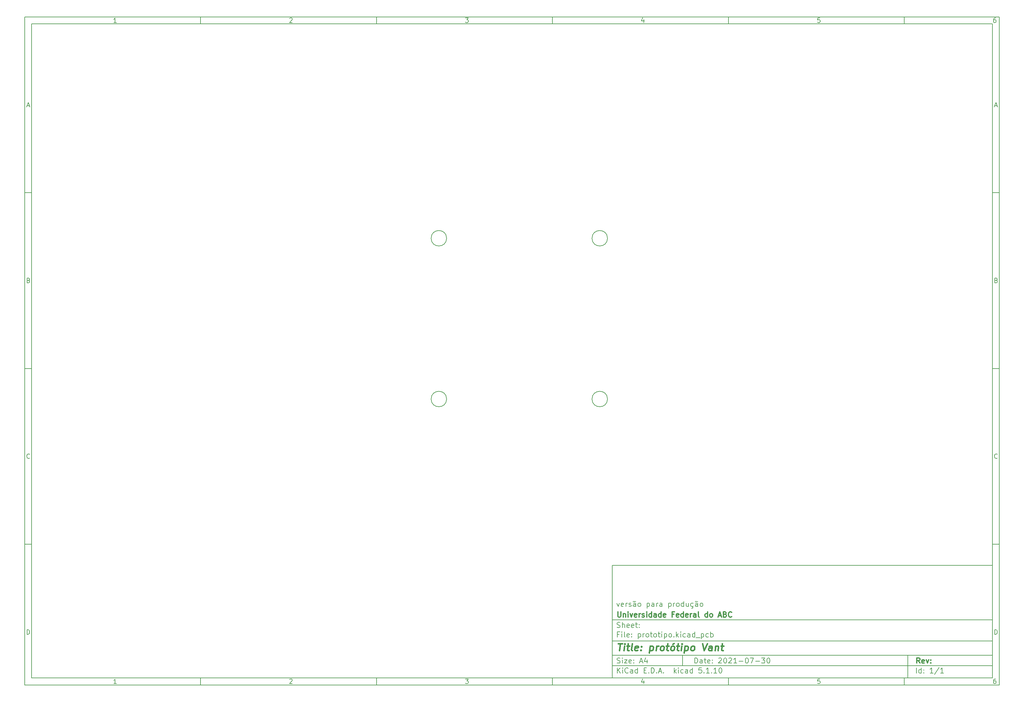
<source format=gbr>
%TF.GenerationSoftware,KiCad,Pcbnew,5.1.10*%
%TF.CreationDate,2021-08-11T12:17:18-03:00*%
%TF.ProjectId,prototipo,70726f74-6f74-4697-906f-2e6b69636164,rev?*%
%TF.SameCoordinates,Original*%
%TF.FileFunction,Other,Comment*%
%FSLAX46Y46*%
G04 Gerber Fmt 4.6, Leading zero omitted, Abs format (unit mm)*
G04 Created by KiCad (PCBNEW 5.1.10) date 2021-08-11 12:17:18*
%MOMM*%
%LPD*%
G01*
G04 APERTURE LIST*
%ADD10C,0.100000*%
%ADD11C,0.150000*%
%ADD12C,0.300000*%
%ADD13C,0.400000*%
G04 APERTURE END LIST*
D10*
D11*
X177002200Y-166007200D02*
X177002200Y-198007200D01*
X285002200Y-198007200D01*
X285002200Y-166007200D01*
X177002200Y-166007200D01*
D10*
D11*
X10000000Y-10000000D02*
X10000000Y-200007200D01*
X287002200Y-200007200D01*
X287002200Y-10000000D01*
X10000000Y-10000000D01*
D10*
D11*
X12000000Y-12000000D02*
X12000000Y-198007200D01*
X285002200Y-198007200D01*
X285002200Y-12000000D01*
X12000000Y-12000000D01*
D10*
D11*
X60000000Y-12000000D02*
X60000000Y-10000000D01*
D10*
D11*
X110000000Y-12000000D02*
X110000000Y-10000000D01*
D10*
D11*
X160000000Y-12000000D02*
X160000000Y-10000000D01*
D10*
D11*
X210000000Y-12000000D02*
X210000000Y-10000000D01*
D10*
D11*
X260000000Y-12000000D02*
X260000000Y-10000000D01*
D10*
D11*
X36065476Y-11588095D02*
X35322619Y-11588095D01*
X35694047Y-11588095D02*
X35694047Y-10288095D01*
X35570238Y-10473809D01*
X35446428Y-10597619D01*
X35322619Y-10659523D01*
D10*
D11*
X85322619Y-10411904D02*
X85384523Y-10350000D01*
X85508333Y-10288095D01*
X85817857Y-10288095D01*
X85941666Y-10350000D01*
X86003571Y-10411904D01*
X86065476Y-10535714D01*
X86065476Y-10659523D01*
X86003571Y-10845238D01*
X85260714Y-11588095D01*
X86065476Y-11588095D01*
D10*
D11*
X135260714Y-10288095D02*
X136065476Y-10288095D01*
X135632142Y-10783333D01*
X135817857Y-10783333D01*
X135941666Y-10845238D01*
X136003571Y-10907142D01*
X136065476Y-11030952D01*
X136065476Y-11340476D01*
X136003571Y-11464285D01*
X135941666Y-11526190D01*
X135817857Y-11588095D01*
X135446428Y-11588095D01*
X135322619Y-11526190D01*
X135260714Y-11464285D01*
D10*
D11*
X185941666Y-10721428D02*
X185941666Y-11588095D01*
X185632142Y-10226190D02*
X185322619Y-11154761D01*
X186127380Y-11154761D01*
D10*
D11*
X236003571Y-10288095D02*
X235384523Y-10288095D01*
X235322619Y-10907142D01*
X235384523Y-10845238D01*
X235508333Y-10783333D01*
X235817857Y-10783333D01*
X235941666Y-10845238D01*
X236003571Y-10907142D01*
X236065476Y-11030952D01*
X236065476Y-11340476D01*
X236003571Y-11464285D01*
X235941666Y-11526190D01*
X235817857Y-11588095D01*
X235508333Y-11588095D01*
X235384523Y-11526190D01*
X235322619Y-11464285D01*
D10*
D11*
X285941666Y-10288095D02*
X285694047Y-10288095D01*
X285570238Y-10350000D01*
X285508333Y-10411904D01*
X285384523Y-10597619D01*
X285322619Y-10845238D01*
X285322619Y-11340476D01*
X285384523Y-11464285D01*
X285446428Y-11526190D01*
X285570238Y-11588095D01*
X285817857Y-11588095D01*
X285941666Y-11526190D01*
X286003571Y-11464285D01*
X286065476Y-11340476D01*
X286065476Y-11030952D01*
X286003571Y-10907142D01*
X285941666Y-10845238D01*
X285817857Y-10783333D01*
X285570238Y-10783333D01*
X285446428Y-10845238D01*
X285384523Y-10907142D01*
X285322619Y-11030952D01*
D10*
D11*
X60000000Y-198007200D02*
X60000000Y-200007200D01*
D10*
D11*
X110000000Y-198007200D02*
X110000000Y-200007200D01*
D10*
D11*
X160000000Y-198007200D02*
X160000000Y-200007200D01*
D10*
D11*
X210000000Y-198007200D02*
X210000000Y-200007200D01*
D10*
D11*
X260000000Y-198007200D02*
X260000000Y-200007200D01*
D10*
D11*
X36065476Y-199595295D02*
X35322619Y-199595295D01*
X35694047Y-199595295D02*
X35694047Y-198295295D01*
X35570238Y-198481009D01*
X35446428Y-198604819D01*
X35322619Y-198666723D01*
D10*
D11*
X85322619Y-198419104D02*
X85384523Y-198357200D01*
X85508333Y-198295295D01*
X85817857Y-198295295D01*
X85941666Y-198357200D01*
X86003571Y-198419104D01*
X86065476Y-198542914D01*
X86065476Y-198666723D01*
X86003571Y-198852438D01*
X85260714Y-199595295D01*
X86065476Y-199595295D01*
D10*
D11*
X135260714Y-198295295D02*
X136065476Y-198295295D01*
X135632142Y-198790533D01*
X135817857Y-198790533D01*
X135941666Y-198852438D01*
X136003571Y-198914342D01*
X136065476Y-199038152D01*
X136065476Y-199347676D01*
X136003571Y-199471485D01*
X135941666Y-199533390D01*
X135817857Y-199595295D01*
X135446428Y-199595295D01*
X135322619Y-199533390D01*
X135260714Y-199471485D01*
D10*
D11*
X185941666Y-198728628D02*
X185941666Y-199595295D01*
X185632142Y-198233390D02*
X185322619Y-199161961D01*
X186127380Y-199161961D01*
D10*
D11*
X236003571Y-198295295D02*
X235384523Y-198295295D01*
X235322619Y-198914342D01*
X235384523Y-198852438D01*
X235508333Y-198790533D01*
X235817857Y-198790533D01*
X235941666Y-198852438D01*
X236003571Y-198914342D01*
X236065476Y-199038152D01*
X236065476Y-199347676D01*
X236003571Y-199471485D01*
X235941666Y-199533390D01*
X235817857Y-199595295D01*
X235508333Y-199595295D01*
X235384523Y-199533390D01*
X235322619Y-199471485D01*
D10*
D11*
X285941666Y-198295295D02*
X285694047Y-198295295D01*
X285570238Y-198357200D01*
X285508333Y-198419104D01*
X285384523Y-198604819D01*
X285322619Y-198852438D01*
X285322619Y-199347676D01*
X285384523Y-199471485D01*
X285446428Y-199533390D01*
X285570238Y-199595295D01*
X285817857Y-199595295D01*
X285941666Y-199533390D01*
X286003571Y-199471485D01*
X286065476Y-199347676D01*
X286065476Y-199038152D01*
X286003571Y-198914342D01*
X285941666Y-198852438D01*
X285817857Y-198790533D01*
X285570238Y-198790533D01*
X285446428Y-198852438D01*
X285384523Y-198914342D01*
X285322619Y-199038152D01*
D10*
D11*
X10000000Y-60000000D02*
X12000000Y-60000000D01*
D10*
D11*
X10000000Y-110000000D02*
X12000000Y-110000000D01*
D10*
D11*
X10000000Y-160000000D02*
X12000000Y-160000000D01*
D10*
D11*
X10690476Y-35216666D02*
X11309523Y-35216666D01*
X10566666Y-35588095D02*
X11000000Y-34288095D01*
X11433333Y-35588095D01*
D10*
D11*
X11092857Y-84907142D02*
X11278571Y-84969047D01*
X11340476Y-85030952D01*
X11402380Y-85154761D01*
X11402380Y-85340476D01*
X11340476Y-85464285D01*
X11278571Y-85526190D01*
X11154761Y-85588095D01*
X10659523Y-85588095D01*
X10659523Y-84288095D01*
X11092857Y-84288095D01*
X11216666Y-84350000D01*
X11278571Y-84411904D01*
X11340476Y-84535714D01*
X11340476Y-84659523D01*
X11278571Y-84783333D01*
X11216666Y-84845238D01*
X11092857Y-84907142D01*
X10659523Y-84907142D01*
D10*
D11*
X11402380Y-135464285D02*
X11340476Y-135526190D01*
X11154761Y-135588095D01*
X11030952Y-135588095D01*
X10845238Y-135526190D01*
X10721428Y-135402380D01*
X10659523Y-135278571D01*
X10597619Y-135030952D01*
X10597619Y-134845238D01*
X10659523Y-134597619D01*
X10721428Y-134473809D01*
X10845238Y-134350000D01*
X11030952Y-134288095D01*
X11154761Y-134288095D01*
X11340476Y-134350000D01*
X11402380Y-134411904D01*
D10*
D11*
X10659523Y-185588095D02*
X10659523Y-184288095D01*
X10969047Y-184288095D01*
X11154761Y-184350000D01*
X11278571Y-184473809D01*
X11340476Y-184597619D01*
X11402380Y-184845238D01*
X11402380Y-185030952D01*
X11340476Y-185278571D01*
X11278571Y-185402380D01*
X11154761Y-185526190D01*
X10969047Y-185588095D01*
X10659523Y-185588095D01*
D10*
D11*
X287002200Y-60000000D02*
X285002200Y-60000000D01*
D10*
D11*
X287002200Y-110000000D02*
X285002200Y-110000000D01*
D10*
D11*
X287002200Y-160000000D02*
X285002200Y-160000000D01*
D10*
D11*
X285692676Y-35216666D02*
X286311723Y-35216666D01*
X285568866Y-35588095D02*
X286002200Y-34288095D01*
X286435533Y-35588095D01*
D10*
D11*
X286095057Y-84907142D02*
X286280771Y-84969047D01*
X286342676Y-85030952D01*
X286404580Y-85154761D01*
X286404580Y-85340476D01*
X286342676Y-85464285D01*
X286280771Y-85526190D01*
X286156961Y-85588095D01*
X285661723Y-85588095D01*
X285661723Y-84288095D01*
X286095057Y-84288095D01*
X286218866Y-84350000D01*
X286280771Y-84411904D01*
X286342676Y-84535714D01*
X286342676Y-84659523D01*
X286280771Y-84783333D01*
X286218866Y-84845238D01*
X286095057Y-84907142D01*
X285661723Y-84907142D01*
D10*
D11*
X286404580Y-135464285D02*
X286342676Y-135526190D01*
X286156961Y-135588095D01*
X286033152Y-135588095D01*
X285847438Y-135526190D01*
X285723628Y-135402380D01*
X285661723Y-135278571D01*
X285599819Y-135030952D01*
X285599819Y-134845238D01*
X285661723Y-134597619D01*
X285723628Y-134473809D01*
X285847438Y-134350000D01*
X286033152Y-134288095D01*
X286156961Y-134288095D01*
X286342676Y-134350000D01*
X286404580Y-134411904D01*
D10*
D11*
X285661723Y-185588095D02*
X285661723Y-184288095D01*
X285971247Y-184288095D01*
X286156961Y-184350000D01*
X286280771Y-184473809D01*
X286342676Y-184597619D01*
X286404580Y-184845238D01*
X286404580Y-185030952D01*
X286342676Y-185278571D01*
X286280771Y-185402380D01*
X286156961Y-185526190D01*
X285971247Y-185588095D01*
X285661723Y-185588095D01*
D10*
D11*
X200434342Y-193785771D02*
X200434342Y-192285771D01*
X200791485Y-192285771D01*
X201005771Y-192357200D01*
X201148628Y-192500057D01*
X201220057Y-192642914D01*
X201291485Y-192928628D01*
X201291485Y-193142914D01*
X201220057Y-193428628D01*
X201148628Y-193571485D01*
X201005771Y-193714342D01*
X200791485Y-193785771D01*
X200434342Y-193785771D01*
X202577200Y-193785771D02*
X202577200Y-193000057D01*
X202505771Y-192857200D01*
X202362914Y-192785771D01*
X202077200Y-192785771D01*
X201934342Y-192857200D01*
X202577200Y-193714342D02*
X202434342Y-193785771D01*
X202077200Y-193785771D01*
X201934342Y-193714342D01*
X201862914Y-193571485D01*
X201862914Y-193428628D01*
X201934342Y-193285771D01*
X202077200Y-193214342D01*
X202434342Y-193214342D01*
X202577200Y-193142914D01*
X203077200Y-192785771D02*
X203648628Y-192785771D01*
X203291485Y-192285771D02*
X203291485Y-193571485D01*
X203362914Y-193714342D01*
X203505771Y-193785771D01*
X203648628Y-193785771D01*
X204720057Y-193714342D02*
X204577200Y-193785771D01*
X204291485Y-193785771D01*
X204148628Y-193714342D01*
X204077200Y-193571485D01*
X204077200Y-193000057D01*
X204148628Y-192857200D01*
X204291485Y-192785771D01*
X204577200Y-192785771D01*
X204720057Y-192857200D01*
X204791485Y-193000057D01*
X204791485Y-193142914D01*
X204077200Y-193285771D01*
X205434342Y-193642914D02*
X205505771Y-193714342D01*
X205434342Y-193785771D01*
X205362914Y-193714342D01*
X205434342Y-193642914D01*
X205434342Y-193785771D01*
X205434342Y-192857200D02*
X205505771Y-192928628D01*
X205434342Y-193000057D01*
X205362914Y-192928628D01*
X205434342Y-192857200D01*
X205434342Y-193000057D01*
X207220057Y-192428628D02*
X207291485Y-192357200D01*
X207434342Y-192285771D01*
X207791485Y-192285771D01*
X207934342Y-192357200D01*
X208005771Y-192428628D01*
X208077200Y-192571485D01*
X208077200Y-192714342D01*
X208005771Y-192928628D01*
X207148628Y-193785771D01*
X208077200Y-193785771D01*
X209005771Y-192285771D02*
X209148628Y-192285771D01*
X209291485Y-192357200D01*
X209362914Y-192428628D01*
X209434342Y-192571485D01*
X209505771Y-192857200D01*
X209505771Y-193214342D01*
X209434342Y-193500057D01*
X209362914Y-193642914D01*
X209291485Y-193714342D01*
X209148628Y-193785771D01*
X209005771Y-193785771D01*
X208862914Y-193714342D01*
X208791485Y-193642914D01*
X208720057Y-193500057D01*
X208648628Y-193214342D01*
X208648628Y-192857200D01*
X208720057Y-192571485D01*
X208791485Y-192428628D01*
X208862914Y-192357200D01*
X209005771Y-192285771D01*
X210077200Y-192428628D02*
X210148628Y-192357200D01*
X210291485Y-192285771D01*
X210648628Y-192285771D01*
X210791485Y-192357200D01*
X210862914Y-192428628D01*
X210934342Y-192571485D01*
X210934342Y-192714342D01*
X210862914Y-192928628D01*
X210005771Y-193785771D01*
X210934342Y-193785771D01*
X212362914Y-193785771D02*
X211505771Y-193785771D01*
X211934342Y-193785771D02*
X211934342Y-192285771D01*
X211791485Y-192500057D01*
X211648628Y-192642914D01*
X211505771Y-192714342D01*
X213005771Y-193214342D02*
X214148628Y-193214342D01*
X215148628Y-192285771D02*
X215291485Y-192285771D01*
X215434342Y-192357200D01*
X215505771Y-192428628D01*
X215577200Y-192571485D01*
X215648628Y-192857200D01*
X215648628Y-193214342D01*
X215577200Y-193500057D01*
X215505771Y-193642914D01*
X215434342Y-193714342D01*
X215291485Y-193785771D01*
X215148628Y-193785771D01*
X215005771Y-193714342D01*
X214934342Y-193642914D01*
X214862914Y-193500057D01*
X214791485Y-193214342D01*
X214791485Y-192857200D01*
X214862914Y-192571485D01*
X214934342Y-192428628D01*
X215005771Y-192357200D01*
X215148628Y-192285771D01*
X216148628Y-192285771D02*
X217148628Y-192285771D01*
X216505771Y-193785771D01*
X217720057Y-193214342D02*
X218862914Y-193214342D01*
X219434342Y-192285771D02*
X220362914Y-192285771D01*
X219862914Y-192857200D01*
X220077200Y-192857200D01*
X220220057Y-192928628D01*
X220291485Y-193000057D01*
X220362914Y-193142914D01*
X220362914Y-193500057D01*
X220291485Y-193642914D01*
X220220057Y-193714342D01*
X220077200Y-193785771D01*
X219648628Y-193785771D01*
X219505771Y-193714342D01*
X219434342Y-193642914D01*
X221291485Y-192285771D02*
X221434342Y-192285771D01*
X221577200Y-192357200D01*
X221648628Y-192428628D01*
X221720057Y-192571485D01*
X221791485Y-192857200D01*
X221791485Y-193214342D01*
X221720057Y-193500057D01*
X221648628Y-193642914D01*
X221577200Y-193714342D01*
X221434342Y-193785771D01*
X221291485Y-193785771D01*
X221148628Y-193714342D01*
X221077200Y-193642914D01*
X221005771Y-193500057D01*
X220934342Y-193214342D01*
X220934342Y-192857200D01*
X221005771Y-192571485D01*
X221077200Y-192428628D01*
X221148628Y-192357200D01*
X221291485Y-192285771D01*
D10*
D11*
X177002200Y-194507200D02*
X285002200Y-194507200D01*
D10*
D11*
X178434342Y-196585771D02*
X178434342Y-195085771D01*
X179291485Y-196585771D02*
X178648628Y-195728628D01*
X179291485Y-195085771D02*
X178434342Y-195942914D01*
X179934342Y-196585771D02*
X179934342Y-195585771D01*
X179934342Y-195085771D02*
X179862914Y-195157200D01*
X179934342Y-195228628D01*
X180005771Y-195157200D01*
X179934342Y-195085771D01*
X179934342Y-195228628D01*
X181505771Y-196442914D02*
X181434342Y-196514342D01*
X181220057Y-196585771D01*
X181077200Y-196585771D01*
X180862914Y-196514342D01*
X180720057Y-196371485D01*
X180648628Y-196228628D01*
X180577200Y-195942914D01*
X180577200Y-195728628D01*
X180648628Y-195442914D01*
X180720057Y-195300057D01*
X180862914Y-195157200D01*
X181077200Y-195085771D01*
X181220057Y-195085771D01*
X181434342Y-195157200D01*
X181505771Y-195228628D01*
X182791485Y-196585771D02*
X182791485Y-195800057D01*
X182720057Y-195657200D01*
X182577200Y-195585771D01*
X182291485Y-195585771D01*
X182148628Y-195657200D01*
X182791485Y-196514342D02*
X182648628Y-196585771D01*
X182291485Y-196585771D01*
X182148628Y-196514342D01*
X182077200Y-196371485D01*
X182077200Y-196228628D01*
X182148628Y-196085771D01*
X182291485Y-196014342D01*
X182648628Y-196014342D01*
X182791485Y-195942914D01*
X184148628Y-196585771D02*
X184148628Y-195085771D01*
X184148628Y-196514342D02*
X184005771Y-196585771D01*
X183720057Y-196585771D01*
X183577200Y-196514342D01*
X183505771Y-196442914D01*
X183434342Y-196300057D01*
X183434342Y-195871485D01*
X183505771Y-195728628D01*
X183577200Y-195657200D01*
X183720057Y-195585771D01*
X184005771Y-195585771D01*
X184148628Y-195657200D01*
X186005771Y-195800057D02*
X186505771Y-195800057D01*
X186720057Y-196585771D02*
X186005771Y-196585771D01*
X186005771Y-195085771D01*
X186720057Y-195085771D01*
X187362914Y-196442914D02*
X187434342Y-196514342D01*
X187362914Y-196585771D01*
X187291485Y-196514342D01*
X187362914Y-196442914D01*
X187362914Y-196585771D01*
X188077200Y-196585771D02*
X188077200Y-195085771D01*
X188434342Y-195085771D01*
X188648628Y-195157200D01*
X188791485Y-195300057D01*
X188862914Y-195442914D01*
X188934342Y-195728628D01*
X188934342Y-195942914D01*
X188862914Y-196228628D01*
X188791485Y-196371485D01*
X188648628Y-196514342D01*
X188434342Y-196585771D01*
X188077200Y-196585771D01*
X189577200Y-196442914D02*
X189648628Y-196514342D01*
X189577200Y-196585771D01*
X189505771Y-196514342D01*
X189577200Y-196442914D01*
X189577200Y-196585771D01*
X190220057Y-196157200D02*
X190934342Y-196157200D01*
X190077200Y-196585771D02*
X190577200Y-195085771D01*
X191077200Y-196585771D01*
X191577200Y-196442914D02*
X191648628Y-196514342D01*
X191577200Y-196585771D01*
X191505771Y-196514342D01*
X191577200Y-196442914D01*
X191577200Y-196585771D01*
X194577200Y-196585771D02*
X194577200Y-195085771D01*
X194720057Y-196014342D02*
X195148628Y-196585771D01*
X195148628Y-195585771D02*
X194577200Y-196157200D01*
X195791485Y-196585771D02*
X195791485Y-195585771D01*
X195791485Y-195085771D02*
X195720057Y-195157200D01*
X195791485Y-195228628D01*
X195862914Y-195157200D01*
X195791485Y-195085771D01*
X195791485Y-195228628D01*
X197148628Y-196514342D02*
X197005771Y-196585771D01*
X196720057Y-196585771D01*
X196577200Y-196514342D01*
X196505771Y-196442914D01*
X196434342Y-196300057D01*
X196434342Y-195871485D01*
X196505771Y-195728628D01*
X196577200Y-195657200D01*
X196720057Y-195585771D01*
X197005771Y-195585771D01*
X197148628Y-195657200D01*
X198434342Y-196585771D02*
X198434342Y-195800057D01*
X198362914Y-195657200D01*
X198220057Y-195585771D01*
X197934342Y-195585771D01*
X197791485Y-195657200D01*
X198434342Y-196514342D02*
X198291485Y-196585771D01*
X197934342Y-196585771D01*
X197791485Y-196514342D01*
X197720057Y-196371485D01*
X197720057Y-196228628D01*
X197791485Y-196085771D01*
X197934342Y-196014342D01*
X198291485Y-196014342D01*
X198434342Y-195942914D01*
X199791485Y-196585771D02*
X199791485Y-195085771D01*
X199791485Y-196514342D02*
X199648628Y-196585771D01*
X199362914Y-196585771D01*
X199220057Y-196514342D01*
X199148628Y-196442914D01*
X199077200Y-196300057D01*
X199077200Y-195871485D01*
X199148628Y-195728628D01*
X199220057Y-195657200D01*
X199362914Y-195585771D01*
X199648628Y-195585771D01*
X199791485Y-195657200D01*
X202362914Y-195085771D02*
X201648628Y-195085771D01*
X201577200Y-195800057D01*
X201648628Y-195728628D01*
X201791485Y-195657200D01*
X202148628Y-195657200D01*
X202291485Y-195728628D01*
X202362914Y-195800057D01*
X202434342Y-195942914D01*
X202434342Y-196300057D01*
X202362914Y-196442914D01*
X202291485Y-196514342D01*
X202148628Y-196585771D01*
X201791485Y-196585771D01*
X201648628Y-196514342D01*
X201577200Y-196442914D01*
X203077200Y-196442914D02*
X203148628Y-196514342D01*
X203077200Y-196585771D01*
X203005771Y-196514342D01*
X203077200Y-196442914D01*
X203077200Y-196585771D01*
X204577200Y-196585771D02*
X203720057Y-196585771D01*
X204148628Y-196585771D02*
X204148628Y-195085771D01*
X204005771Y-195300057D01*
X203862914Y-195442914D01*
X203720057Y-195514342D01*
X205220057Y-196442914D02*
X205291485Y-196514342D01*
X205220057Y-196585771D01*
X205148628Y-196514342D01*
X205220057Y-196442914D01*
X205220057Y-196585771D01*
X206720057Y-196585771D02*
X205862914Y-196585771D01*
X206291485Y-196585771D02*
X206291485Y-195085771D01*
X206148628Y-195300057D01*
X206005771Y-195442914D01*
X205862914Y-195514342D01*
X207648628Y-195085771D02*
X207791485Y-195085771D01*
X207934342Y-195157200D01*
X208005771Y-195228628D01*
X208077200Y-195371485D01*
X208148628Y-195657200D01*
X208148628Y-196014342D01*
X208077200Y-196300057D01*
X208005771Y-196442914D01*
X207934342Y-196514342D01*
X207791485Y-196585771D01*
X207648628Y-196585771D01*
X207505771Y-196514342D01*
X207434342Y-196442914D01*
X207362914Y-196300057D01*
X207291485Y-196014342D01*
X207291485Y-195657200D01*
X207362914Y-195371485D01*
X207434342Y-195228628D01*
X207505771Y-195157200D01*
X207648628Y-195085771D01*
D10*
D11*
X177002200Y-191507200D02*
X285002200Y-191507200D01*
D10*
D12*
X264411485Y-193785771D02*
X263911485Y-193071485D01*
X263554342Y-193785771D02*
X263554342Y-192285771D01*
X264125771Y-192285771D01*
X264268628Y-192357200D01*
X264340057Y-192428628D01*
X264411485Y-192571485D01*
X264411485Y-192785771D01*
X264340057Y-192928628D01*
X264268628Y-193000057D01*
X264125771Y-193071485D01*
X263554342Y-193071485D01*
X265625771Y-193714342D02*
X265482914Y-193785771D01*
X265197200Y-193785771D01*
X265054342Y-193714342D01*
X264982914Y-193571485D01*
X264982914Y-193000057D01*
X265054342Y-192857200D01*
X265197200Y-192785771D01*
X265482914Y-192785771D01*
X265625771Y-192857200D01*
X265697200Y-193000057D01*
X265697200Y-193142914D01*
X264982914Y-193285771D01*
X266197200Y-192785771D02*
X266554342Y-193785771D01*
X266911485Y-192785771D01*
X267482914Y-193642914D02*
X267554342Y-193714342D01*
X267482914Y-193785771D01*
X267411485Y-193714342D01*
X267482914Y-193642914D01*
X267482914Y-193785771D01*
X267482914Y-192857200D02*
X267554342Y-192928628D01*
X267482914Y-193000057D01*
X267411485Y-192928628D01*
X267482914Y-192857200D01*
X267482914Y-193000057D01*
D10*
D11*
X178362914Y-193714342D02*
X178577200Y-193785771D01*
X178934342Y-193785771D01*
X179077200Y-193714342D01*
X179148628Y-193642914D01*
X179220057Y-193500057D01*
X179220057Y-193357200D01*
X179148628Y-193214342D01*
X179077200Y-193142914D01*
X178934342Y-193071485D01*
X178648628Y-193000057D01*
X178505771Y-192928628D01*
X178434342Y-192857200D01*
X178362914Y-192714342D01*
X178362914Y-192571485D01*
X178434342Y-192428628D01*
X178505771Y-192357200D01*
X178648628Y-192285771D01*
X179005771Y-192285771D01*
X179220057Y-192357200D01*
X179862914Y-193785771D02*
X179862914Y-192785771D01*
X179862914Y-192285771D02*
X179791485Y-192357200D01*
X179862914Y-192428628D01*
X179934342Y-192357200D01*
X179862914Y-192285771D01*
X179862914Y-192428628D01*
X180434342Y-192785771D02*
X181220057Y-192785771D01*
X180434342Y-193785771D01*
X181220057Y-193785771D01*
X182362914Y-193714342D02*
X182220057Y-193785771D01*
X181934342Y-193785771D01*
X181791485Y-193714342D01*
X181720057Y-193571485D01*
X181720057Y-193000057D01*
X181791485Y-192857200D01*
X181934342Y-192785771D01*
X182220057Y-192785771D01*
X182362914Y-192857200D01*
X182434342Y-193000057D01*
X182434342Y-193142914D01*
X181720057Y-193285771D01*
X183077200Y-193642914D02*
X183148628Y-193714342D01*
X183077200Y-193785771D01*
X183005771Y-193714342D01*
X183077200Y-193642914D01*
X183077200Y-193785771D01*
X183077200Y-192857200D02*
X183148628Y-192928628D01*
X183077200Y-193000057D01*
X183005771Y-192928628D01*
X183077200Y-192857200D01*
X183077200Y-193000057D01*
X184862914Y-193357200D02*
X185577200Y-193357200D01*
X184720057Y-193785771D02*
X185220057Y-192285771D01*
X185720057Y-193785771D01*
X186862914Y-192785771D02*
X186862914Y-193785771D01*
X186505771Y-192214342D02*
X186148628Y-193285771D01*
X187077200Y-193285771D01*
D10*
D11*
X263434342Y-196585771D02*
X263434342Y-195085771D01*
X264791485Y-196585771D02*
X264791485Y-195085771D01*
X264791485Y-196514342D02*
X264648628Y-196585771D01*
X264362914Y-196585771D01*
X264220057Y-196514342D01*
X264148628Y-196442914D01*
X264077200Y-196300057D01*
X264077200Y-195871485D01*
X264148628Y-195728628D01*
X264220057Y-195657200D01*
X264362914Y-195585771D01*
X264648628Y-195585771D01*
X264791485Y-195657200D01*
X265505771Y-196442914D02*
X265577200Y-196514342D01*
X265505771Y-196585771D01*
X265434342Y-196514342D01*
X265505771Y-196442914D01*
X265505771Y-196585771D01*
X265505771Y-195657200D02*
X265577200Y-195728628D01*
X265505771Y-195800057D01*
X265434342Y-195728628D01*
X265505771Y-195657200D01*
X265505771Y-195800057D01*
X268148628Y-196585771D02*
X267291485Y-196585771D01*
X267720057Y-196585771D02*
X267720057Y-195085771D01*
X267577200Y-195300057D01*
X267434342Y-195442914D01*
X267291485Y-195514342D01*
X269862914Y-195014342D02*
X268577200Y-196942914D01*
X271148628Y-196585771D02*
X270291485Y-196585771D01*
X270720057Y-196585771D02*
X270720057Y-195085771D01*
X270577200Y-195300057D01*
X270434342Y-195442914D01*
X270291485Y-195514342D01*
D10*
D11*
X177002200Y-187507200D02*
X285002200Y-187507200D01*
D10*
D13*
X178714580Y-188211961D02*
X179857438Y-188211961D01*
X179036009Y-190211961D02*
X179286009Y-188211961D01*
X180274104Y-190211961D02*
X180440771Y-188878628D01*
X180524104Y-188211961D02*
X180416961Y-188307200D01*
X180500295Y-188402438D01*
X180607438Y-188307200D01*
X180524104Y-188211961D01*
X180500295Y-188402438D01*
X181107438Y-188878628D02*
X181869342Y-188878628D01*
X181476485Y-188211961D02*
X181262200Y-189926247D01*
X181333628Y-190116723D01*
X181512200Y-190211961D01*
X181702676Y-190211961D01*
X182655057Y-190211961D02*
X182476485Y-190116723D01*
X182405057Y-189926247D01*
X182619342Y-188211961D01*
X184190771Y-190116723D02*
X183988390Y-190211961D01*
X183607438Y-190211961D01*
X183428866Y-190116723D01*
X183357438Y-189926247D01*
X183452676Y-189164342D01*
X183571723Y-188973866D01*
X183774104Y-188878628D01*
X184155057Y-188878628D01*
X184333628Y-188973866D01*
X184405057Y-189164342D01*
X184381247Y-189354819D01*
X183405057Y-189545295D01*
X185155057Y-190021485D02*
X185238390Y-190116723D01*
X185131247Y-190211961D01*
X185047914Y-190116723D01*
X185155057Y-190021485D01*
X185131247Y-190211961D01*
X185286009Y-188973866D02*
X185369342Y-189069104D01*
X185262200Y-189164342D01*
X185178866Y-189069104D01*
X185286009Y-188973866D01*
X185262200Y-189164342D01*
X187774104Y-188878628D02*
X187524104Y-190878628D01*
X187762200Y-188973866D02*
X187964580Y-188878628D01*
X188345533Y-188878628D01*
X188524104Y-188973866D01*
X188607438Y-189069104D01*
X188678866Y-189259580D01*
X188607438Y-189831009D01*
X188488390Y-190021485D01*
X188381247Y-190116723D01*
X188178866Y-190211961D01*
X187797914Y-190211961D01*
X187619342Y-190116723D01*
X189416961Y-190211961D02*
X189583628Y-188878628D01*
X189536009Y-189259580D02*
X189655057Y-189069104D01*
X189762200Y-188973866D01*
X189964580Y-188878628D01*
X190155057Y-188878628D01*
X190940771Y-190211961D02*
X190762200Y-190116723D01*
X190678866Y-190021485D01*
X190607438Y-189831009D01*
X190678866Y-189259580D01*
X190797914Y-189069104D01*
X190905057Y-188973866D01*
X191107438Y-188878628D01*
X191393152Y-188878628D01*
X191571723Y-188973866D01*
X191655057Y-189069104D01*
X191726485Y-189259580D01*
X191655057Y-189831009D01*
X191536009Y-190021485D01*
X191428866Y-190116723D01*
X191226485Y-190211961D01*
X190940771Y-190211961D01*
X192345533Y-188878628D02*
X193107438Y-188878628D01*
X192714580Y-188211961D02*
X192500295Y-189926247D01*
X192571723Y-190116723D01*
X192750295Y-190211961D01*
X192940771Y-190211961D01*
X193893152Y-190211961D02*
X193714580Y-190116723D01*
X193631247Y-190021485D01*
X193559819Y-189831009D01*
X193631247Y-189259580D01*
X193750295Y-189069104D01*
X193857438Y-188973866D01*
X194059819Y-188878628D01*
X194345533Y-188878628D01*
X194524104Y-188973866D01*
X194607438Y-189069104D01*
X194678866Y-189259580D01*
X194607438Y-189831009D01*
X194488390Y-190021485D01*
X194381247Y-190116723D01*
X194178866Y-190211961D01*
X193893152Y-190211961D01*
X194536009Y-188116723D02*
X194214580Y-188402438D01*
X195297914Y-188878628D02*
X196059819Y-188878628D01*
X195666961Y-188211961D02*
X195452676Y-189926247D01*
X195524104Y-190116723D01*
X195702676Y-190211961D01*
X195893152Y-190211961D01*
X196559819Y-190211961D02*
X196726485Y-188878628D01*
X196809819Y-188211961D02*
X196702676Y-188307200D01*
X196786009Y-188402438D01*
X196893152Y-188307200D01*
X196809819Y-188211961D01*
X196786009Y-188402438D01*
X197678866Y-188878628D02*
X197428866Y-190878628D01*
X197666961Y-188973866D02*
X197869342Y-188878628D01*
X198250295Y-188878628D01*
X198428866Y-188973866D01*
X198512200Y-189069104D01*
X198583628Y-189259580D01*
X198512200Y-189831009D01*
X198393152Y-190021485D01*
X198286009Y-190116723D01*
X198083628Y-190211961D01*
X197702676Y-190211961D01*
X197524104Y-190116723D01*
X199607438Y-190211961D02*
X199428866Y-190116723D01*
X199345533Y-190021485D01*
X199274104Y-189831009D01*
X199345533Y-189259580D01*
X199464580Y-189069104D01*
X199571723Y-188973866D01*
X199774104Y-188878628D01*
X200059819Y-188878628D01*
X200238390Y-188973866D01*
X200321723Y-189069104D01*
X200393152Y-189259580D01*
X200321723Y-189831009D01*
X200202676Y-190021485D01*
X200095533Y-190116723D01*
X199893152Y-190211961D01*
X199607438Y-190211961D01*
X202619342Y-188211961D02*
X203036009Y-190211961D01*
X203952676Y-188211961D01*
X205226485Y-190211961D02*
X205357438Y-189164342D01*
X205286009Y-188973866D01*
X205107438Y-188878628D01*
X204726485Y-188878628D01*
X204524104Y-188973866D01*
X205238390Y-190116723D02*
X205036009Y-190211961D01*
X204559819Y-190211961D01*
X204381247Y-190116723D01*
X204309819Y-189926247D01*
X204333628Y-189735771D01*
X204452676Y-189545295D01*
X204655057Y-189450057D01*
X205131247Y-189450057D01*
X205333628Y-189354819D01*
X206345533Y-188878628D02*
X206178866Y-190211961D01*
X206321723Y-189069104D02*
X206428866Y-188973866D01*
X206631247Y-188878628D01*
X206916961Y-188878628D01*
X207095533Y-188973866D01*
X207166961Y-189164342D01*
X207036009Y-190211961D01*
X207869342Y-188878628D02*
X208631247Y-188878628D01*
X208238390Y-188211961D02*
X208024104Y-189926247D01*
X208095533Y-190116723D01*
X208274104Y-190211961D01*
X208464580Y-190211961D01*
D10*
D11*
X178934342Y-185600057D02*
X178434342Y-185600057D01*
X178434342Y-186385771D02*
X178434342Y-184885771D01*
X179148628Y-184885771D01*
X179720057Y-186385771D02*
X179720057Y-185385771D01*
X179720057Y-184885771D02*
X179648628Y-184957200D01*
X179720057Y-185028628D01*
X179791485Y-184957200D01*
X179720057Y-184885771D01*
X179720057Y-185028628D01*
X180648628Y-186385771D02*
X180505771Y-186314342D01*
X180434342Y-186171485D01*
X180434342Y-184885771D01*
X181791485Y-186314342D02*
X181648628Y-186385771D01*
X181362914Y-186385771D01*
X181220057Y-186314342D01*
X181148628Y-186171485D01*
X181148628Y-185600057D01*
X181220057Y-185457200D01*
X181362914Y-185385771D01*
X181648628Y-185385771D01*
X181791485Y-185457200D01*
X181862914Y-185600057D01*
X181862914Y-185742914D01*
X181148628Y-185885771D01*
X182505771Y-186242914D02*
X182577200Y-186314342D01*
X182505771Y-186385771D01*
X182434342Y-186314342D01*
X182505771Y-186242914D01*
X182505771Y-186385771D01*
X182505771Y-185457200D02*
X182577200Y-185528628D01*
X182505771Y-185600057D01*
X182434342Y-185528628D01*
X182505771Y-185457200D01*
X182505771Y-185600057D01*
X184362914Y-185385771D02*
X184362914Y-186885771D01*
X184362914Y-185457200D02*
X184505771Y-185385771D01*
X184791485Y-185385771D01*
X184934342Y-185457200D01*
X185005771Y-185528628D01*
X185077200Y-185671485D01*
X185077200Y-186100057D01*
X185005771Y-186242914D01*
X184934342Y-186314342D01*
X184791485Y-186385771D01*
X184505771Y-186385771D01*
X184362914Y-186314342D01*
X185720057Y-186385771D02*
X185720057Y-185385771D01*
X185720057Y-185671485D02*
X185791485Y-185528628D01*
X185862914Y-185457200D01*
X186005771Y-185385771D01*
X186148628Y-185385771D01*
X186862914Y-186385771D02*
X186720057Y-186314342D01*
X186648628Y-186242914D01*
X186577200Y-186100057D01*
X186577200Y-185671485D01*
X186648628Y-185528628D01*
X186720057Y-185457200D01*
X186862914Y-185385771D01*
X187077200Y-185385771D01*
X187220057Y-185457200D01*
X187291485Y-185528628D01*
X187362914Y-185671485D01*
X187362914Y-186100057D01*
X187291485Y-186242914D01*
X187220057Y-186314342D01*
X187077200Y-186385771D01*
X186862914Y-186385771D01*
X187791485Y-185385771D02*
X188362914Y-185385771D01*
X188005771Y-184885771D02*
X188005771Y-186171485D01*
X188077200Y-186314342D01*
X188220057Y-186385771D01*
X188362914Y-186385771D01*
X189077200Y-186385771D02*
X188934342Y-186314342D01*
X188862914Y-186242914D01*
X188791485Y-186100057D01*
X188791485Y-185671485D01*
X188862914Y-185528628D01*
X188934342Y-185457200D01*
X189077200Y-185385771D01*
X189291485Y-185385771D01*
X189434342Y-185457200D01*
X189505771Y-185528628D01*
X189577200Y-185671485D01*
X189577200Y-186100057D01*
X189505771Y-186242914D01*
X189434342Y-186314342D01*
X189291485Y-186385771D01*
X189077200Y-186385771D01*
X190005771Y-185385771D02*
X190577200Y-185385771D01*
X190220057Y-184885771D02*
X190220057Y-186171485D01*
X190291485Y-186314342D01*
X190434342Y-186385771D01*
X190577200Y-186385771D01*
X191077200Y-186385771D02*
X191077200Y-185385771D01*
X191077200Y-184885771D02*
X191005771Y-184957200D01*
X191077200Y-185028628D01*
X191148628Y-184957200D01*
X191077200Y-184885771D01*
X191077200Y-185028628D01*
X191791485Y-185385771D02*
X191791485Y-186885771D01*
X191791485Y-185457200D02*
X191934342Y-185385771D01*
X192220057Y-185385771D01*
X192362914Y-185457200D01*
X192434342Y-185528628D01*
X192505771Y-185671485D01*
X192505771Y-186100057D01*
X192434342Y-186242914D01*
X192362914Y-186314342D01*
X192220057Y-186385771D01*
X191934342Y-186385771D01*
X191791485Y-186314342D01*
X193362914Y-186385771D02*
X193220057Y-186314342D01*
X193148628Y-186242914D01*
X193077200Y-186100057D01*
X193077200Y-185671485D01*
X193148628Y-185528628D01*
X193220057Y-185457200D01*
X193362914Y-185385771D01*
X193577200Y-185385771D01*
X193720057Y-185457200D01*
X193791485Y-185528628D01*
X193862914Y-185671485D01*
X193862914Y-186100057D01*
X193791485Y-186242914D01*
X193720057Y-186314342D01*
X193577200Y-186385771D01*
X193362914Y-186385771D01*
X194505771Y-186242914D02*
X194577200Y-186314342D01*
X194505771Y-186385771D01*
X194434342Y-186314342D01*
X194505771Y-186242914D01*
X194505771Y-186385771D01*
X195220057Y-186385771D02*
X195220057Y-184885771D01*
X195362914Y-185814342D02*
X195791485Y-186385771D01*
X195791485Y-185385771D02*
X195220057Y-185957200D01*
X196434342Y-186385771D02*
X196434342Y-185385771D01*
X196434342Y-184885771D02*
X196362914Y-184957200D01*
X196434342Y-185028628D01*
X196505771Y-184957200D01*
X196434342Y-184885771D01*
X196434342Y-185028628D01*
X197791485Y-186314342D02*
X197648628Y-186385771D01*
X197362914Y-186385771D01*
X197220057Y-186314342D01*
X197148628Y-186242914D01*
X197077200Y-186100057D01*
X197077200Y-185671485D01*
X197148628Y-185528628D01*
X197220057Y-185457200D01*
X197362914Y-185385771D01*
X197648628Y-185385771D01*
X197791485Y-185457200D01*
X199077200Y-186385771D02*
X199077200Y-185600057D01*
X199005771Y-185457200D01*
X198862914Y-185385771D01*
X198577200Y-185385771D01*
X198434342Y-185457200D01*
X199077200Y-186314342D02*
X198934342Y-186385771D01*
X198577200Y-186385771D01*
X198434342Y-186314342D01*
X198362914Y-186171485D01*
X198362914Y-186028628D01*
X198434342Y-185885771D01*
X198577200Y-185814342D01*
X198934342Y-185814342D01*
X199077200Y-185742914D01*
X200434342Y-186385771D02*
X200434342Y-184885771D01*
X200434342Y-186314342D02*
X200291485Y-186385771D01*
X200005771Y-186385771D01*
X199862914Y-186314342D01*
X199791485Y-186242914D01*
X199720057Y-186100057D01*
X199720057Y-185671485D01*
X199791485Y-185528628D01*
X199862914Y-185457200D01*
X200005771Y-185385771D01*
X200291485Y-185385771D01*
X200434342Y-185457200D01*
X200791485Y-186528628D02*
X201934342Y-186528628D01*
X202291485Y-185385771D02*
X202291485Y-186885771D01*
X202291485Y-185457200D02*
X202434342Y-185385771D01*
X202720057Y-185385771D01*
X202862914Y-185457200D01*
X202934342Y-185528628D01*
X203005771Y-185671485D01*
X203005771Y-186100057D01*
X202934342Y-186242914D01*
X202862914Y-186314342D01*
X202720057Y-186385771D01*
X202434342Y-186385771D01*
X202291485Y-186314342D01*
X204291485Y-186314342D02*
X204148628Y-186385771D01*
X203862914Y-186385771D01*
X203720057Y-186314342D01*
X203648628Y-186242914D01*
X203577200Y-186100057D01*
X203577200Y-185671485D01*
X203648628Y-185528628D01*
X203720057Y-185457200D01*
X203862914Y-185385771D01*
X204148628Y-185385771D01*
X204291485Y-185457200D01*
X204934342Y-186385771D02*
X204934342Y-184885771D01*
X204934342Y-185457200D02*
X205077200Y-185385771D01*
X205362914Y-185385771D01*
X205505771Y-185457200D01*
X205577200Y-185528628D01*
X205648628Y-185671485D01*
X205648628Y-186100057D01*
X205577200Y-186242914D01*
X205505771Y-186314342D01*
X205362914Y-186385771D01*
X205077200Y-186385771D01*
X204934342Y-186314342D01*
D10*
D11*
X177002200Y-181507200D02*
X285002200Y-181507200D01*
D10*
D11*
X178362914Y-183614342D02*
X178577200Y-183685771D01*
X178934342Y-183685771D01*
X179077200Y-183614342D01*
X179148628Y-183542914D01*
X179220057Y-183400057D01*
X179220057Y-183257200D01*
X179148628Y-183114342D01*
X179077200Y-183042914D01*
X178934342Y-182971485D01*
X178648628Y-182900057D01*
X178505771Y-182828628D01*
X178434342Y-182757200D01*
X178362914Y-182614342D01*
X178362914Y-182471485D01*
X178434342Y-182328628D01*
X178505771Y-182257200D01*
X178648628Y-182185771D01*
X179005771Y-182185771D01*
X179220057Y-182257200D01*
X179862914Y-183685771D02*
X179862914Y-182185771D01*
X180505771Y-183685771D02*
X180505771Y-182900057D01*
X180434342Y-182757200D01*
X180291485Y-182685771D01*
X180077200Y-182685771D01*
X179934342Y-182757200D01*
X179862914Y-182828628D01*
X181791485Y-183614342D02*
X181648628Y-183685771D01*
X181362914Y-183685771D01*
X181220057Y-183614342D01*
X181148628Y-183471485D01*
X181148628Y-182900057D01*
X181220057Y-182757200D01*
X181362914Y-182685771D01*
X181648628Y-182685771D01*
X181791485Y-182757200D01*
X181862914Y-182900057D01*
X181862914Y-183042914D01*
X181148628Y-183185771D01*
X183077200Y-183614342D02*
X182934342Y-183685771D01*
X182648628Y-183685771D01*
X182505771Y-183614342D01*
X182434342Y-183471485D01*
X182434342Y-182900057D01*
X182505771Y-182757200D01*
X182648628Y-182685771D01*
X182934342Y-182685771D01*
X183077200Y-182757200D01*
X183148628Y-182900057D01*
X183148628Y-183042914D01*
X182434342Y-183185771D01*
X183577200Y-182685771D02*
X184148628Y-182685771D01*
X183791485Y-182185771D02*
X183791485Y-183471485D01*
X183862914Y-183614342D01*
X184005771Y-183685771D01*
X184148628Y-183685771D01*
X184648628Y-183542914D02*
X184720057Y-183614342D01*
X184648628Y-183685771D01*
X184577200Y-183614342D01*
X184648628Y-183542914D01*
X184648628Y-183685771D01*
X184648628Y-182757200D02*
X184720057Y-182828628D01*
X184648628Y-182900057D01*
X184577200Y-182828628D01*
X184648628Y-182757200D01*
X184648628Y-182900057D01*
D10*
D12*
X178554342Y-179185771D02*
X178554342Y-180400057D01*
X178625771Y-180542914D01*
X178697200Y-180614342D01*
X178840057Y-180685771D01*
X179125771Y-180685771D01*
X179268628Y-180614342D01*
X179340057Y-180542914D01*
X179411485Y-180400057D01*
X179411485Y-179185771D01*
X180125771Y-179685771D02*
X180125771Y-180685771D01*
X180125771Y-179828628D02*
X180197200Y-179757200D01*
X180340057Y-179685771D01*
X180554342Y-179685771D01*
X180697200Y-179757200D01*
X180768628Y-179900057D01*
X180768628Y-180685771D01*
X181482914Y-180685771D02*
X181482914Y-179685771D01*
X181482914Y-179185771D02*
X181411485Y-179257200D01*
X181482914Y-179328628D01*
X181554342Y-179257200D01*
X181482914Y-179185771D01*
X181482914Y-179328628D01*
X182054342Y-179685771D02*
X182411485Y-180685771D01*
X182768628Y-179685771D01*
X183911485Y-180614342D02*
X183768628Y-180685771D01*
X183482914Y-180685771D01*
X183340057Y-180614342D01*
X183268628Y-180471485D01*
X183268628Y-179900057D01*
X183340057Y-179757200D01*
X183482914Y-179685771D01*
X183768628Y-179685771D01*
X183911485Y-179757200D01*
X183982914Y-179900057D01*
X183982914Y-180042914D01*
X183268628Y-180185771D01*
X184625771Y-180685771D02*
X184625771Y-179685771D01*
X184625771Y-179971485D02*
X184697200Y-179828628D01*
X184768628Y-179757200D01*
X184911485Y-179685771D01*
X185054342Y-179685771D01*
X185482914Y-180614342D02*
X185625771Y-180685771D01*
X185911485Y-180685771D01*
X186054342Y-180614342D01*
X186125771Y-180471485D01*
X186125771Y-180400057D01*
X186054342Y-180257200D01*
X185911485Y-180185771D01*
X185697200Y-180185771D01*
X185554342Y-180114342D01*
X185482914Y-179971485D01*
X185482914Y-179900057D01*
X185554342Y-179757200D01*
X185697200Y-179685771D01*
X185911485Y-179685771D01*
X186054342Y-179757200D01*
X186768628Y-180685771D02*
X186768628Y-179685771D01*
X186768628Y-179185771D02*
X186697200Y-179257200D01*
X186768628Y-179328628D01*
X186840057Y-179257200D01*
X186768628Y-179185771D01*
X186768628Y-179328628D01*
X188125771Y-180685771D02*
X188125771Y-179185771D01*
X188125771Y-180614342D02*
X187982914Y-180685771D01*
X187697200Y-180685771D01*
X187554342Y-180614342D01*
X187482914Y-180542914D01*
X187411485Y-180400057D01*
X187411485Y-179971485D01*
X187482914Y-179828628D01*
X187554342Y-179757200D01*
X187697200Y-179685771D01*
X187982914Y-179685771D01*
X188125771Y-179757200D01*
X189482914Y-180685771D02*
X189482914Y-179900057D01*
X189411485Y-179757200D01*
X189268628Y-179685771D01*
X188982914Y-179685771D01*
X188840057Y-179757200D01*
X189482914Y-180614342D02*
X189340057Y-180685771D01*
X188982914Y-180685771D01*
X188840057Y-180614342D01*
X188768628Y-180471485D01*
X188768628Y-180328628D01*
X188840057Y-180185771D01*
X188982914Y-180114342D01*
X189340057Y-180114342D01*
X189482914Y-180042914D01*
X190840057Y-180685771D02*
X190840057Y-179185771D01*
X190840057Y-180614342D02*
X190697200Y-180685771D01*
X190411485Y-180685771D01*
X190268628Y-180614342D01*
X190197200Y-180542914D01*
X190125771Y-180400057D01*
X190125771Y-179971485D01*
X190197200Y-179828628D01*
X190268628Y-179757200D01*
X190411485Y-179685771D01*
X190697200Y-179685771D01*
X190840057Y-179757200D01*
X192125771Y-180614342D02*
X191982914Y-180685771D01*
X191697200Y-180685771D01*
X191554342Y-180614342D01*
X191482914Y-180471485D01*
X191482914Y-179900057D01*
X191554342Y-179757200D01*
X191697200Y-179685771D01*
X191982914Y-179685771D01*
X192125771Y-179757200D01*
X192197200Y-179900057D01*
X192197200Y-180042914D01*
X191482914Y-180185771D01*
X194482914Y-179900057D02*
X193982914Y-179900057D01*
X193982914Y-180685771D02*
X193982914Y-179185771D01*
X194697200Y-179185771D01*
X195840057Y-180614342D02*
X195697200Y-180685771D01*
X195411485Y-180685771D01*
X195268628Y-180614342D01*
X195197200Y-180471485D01*
X195197200Y-179900057D01*
X195268628Y-179757200D01*
X195411485Y-179685771D01*
X195697200Y-179685771D01*
X195840057Y-179757200D01*
X195911485Y-179900057D01*
X195911485Y-180042914D01*
X195197200Y-180185771D01*
X197197200Y-180685771D02*
X197197200Y-179185771D01*
X197197200Y-180614342D02*
X197054342Y-180685771D01*
X196768628Y-180685771D01*
X196625771Y-180614342D01*
X196554342Y-180542914D01*
X196482914Y-180400057D01*
X196482914Y-179971485D01*
X196554342Y-179828628D01*
X196625771Y-179757200D01*
X196768628Y-179685771D01*
X197054342Y-179685771D01*
X197197200Y-179757200D01*
X198482914Y-180614342D02*
X198340057Y-180685771D01*
X198054342Y-180685771D01*
X197911485Y-180614342D01*
X197840057Y-180471485D01*
X197840057Y-179900057D01*
X197911485Y-179757200D01*
X198054342Y-179685771D01*
X198340057Y-179685771D01*
X198482914Y-179757200D01*
X198554342Y-179900057D01*
X198554342Y-180042914D01*
X197840057Y-180185771D01*
X199197200Y-180685771D02*
X199197200Y-179685771D01*
X199197200Y-179971485D02*
X199268628Y-179828628D01*
X199340057Y-179757200D01*
X199482914Y-179685771D01*
X199625771Y-179685771D01*
X200768628Y-180685771D02*
X200768628Y-179900057D01*
X200697200Y-179757200D01*
X200554342Y-179685771D01*
X200268628Y-179685771D01*
X200125771Y-179757200D01*
X200768628Y-180614342D02*
X200625771Y-180685771D01*
X200268628Y-180685771D01*
X200125771Y-180614342D01*
X200054342Y-180471485D01*
X200054342Y-180328628D01*
X200125771Y-180185771D01*
X200268628Y-180114342D01*
X200625771Y-180114342D01*
X200768628Y-180042914D01*
X201697200Y-180685771D02*
X201554342Y-180614342D01*
X201482914Y-180471485D01*
X201482914Y-179185771D01*
X204054342Y-180685771D02*
X204054342Y-179185771D01*
X204054342Y-180614342D02*
X203911485Y-180685771D01*
X203625771Y-180685771D01*
X203482914Y-180614342D01*
X203411485Y-180542914D01*
X203340057Y-180400057D01*
X203340057Y-179971485D01*
X203411485Y-179828628D01*
X203482914Y-179757200D01*
X203625771Y-179685771D01*
X203911485Y-179685771D01*
X204054342Y-179757200D01*
X204982914Y-180685771D02*
X204840057Y-180614342D01*
X204768628Y-180542914D01*
X204697200Y-180400057D01*
X204697200Y-179971485D01*
X204768628Y-179828628D01*
X204840057Y-179757200D01*
X204982914Y-179685771D01*
X205197200Y-179685771D01*
X205340057Y-179757200D01*
X205411485Y-179828628D01*
X205482914Y-179971485D01*
X205482914Y-180400057D01*
X205411485Y-180542914D01*
X205340057Y-180614342D01*
X205197200Y-180685771D01*
X204982914Y-180685771D01*
X207197200Y-180257200D02*
X207911485Y-180257200D01*
X207054342Y-180685771D02*
X207554342Y-179185771D01*
X208054342Y-180685771D01*
X209054342Y-179900057D02*
X209268628Y-179971485D01*
X209340057Y-180042914D01*
X209411485Y-180185771D01*
X209411485Y-180400057D01*
X209340057Y-180542914D01*
X209268628Y-180614342D01*
X209125771Y-180685771D01*
X208554342Y-180685771D01*
X208554342Y-179185771D01*
X209054342Y-179185771D01*
X209197200Y-179257200D01*
X209268628Y-179328628D01*
X209340057Y-179471485D01*
X209340057Y-179614342D01*
X209268628Y-179757200D01*
X209197200Y-179828628D01*
X209054342Y-179900057D01*
X208554342Y-179900057D01*
X210911485Y-180542914D02*
X210840057Y-180614342D01*
X210625771Y-180685771D01*
X210482914Y-180685771D01*
X210268628Y-180614342D01*
X210125771Y-180471485D01*
X210054342Y-180328628D01*
X209982914Y-180042914D01*
X209982914Y-179828628D01*
X210054342Y-179542914D01*
X210125771Y-179400057D01*
X210268628Y-179257200D01*
X210482914Y-179185771D01*
X210625771Y-179185771D01*
X210840057Y-179257200D01*
X210911485Y-179328628D01*
D10*
D11*
X178291485Y-176685771D02*
X178648628Y-177685771D01*
X179005771Y-176685771D01*
X180148628Y-177614342D02*
X180005771Y-177685771D01*
X179720057Y-177685771D01*
X179577200Y-177614342D01*
X179505771Y-177471485D01*
X179505771Y-176900057D01*
X179577200Y-176757200D01*
X179720057Y-176685771D01*
X180005771Y-176685771D01*
X180148628Y-176757200D01*
X180220057Y-176900057D01*
X180220057Y-177042914D01*
X179505771Y-177185771D01*
X180862914Y-177685771D02*
X180862914Y-176685771D01*
X180862914Y-176971485D02*
X180934342Y-176828628D01*
X181005771Y-176757200D01*
X181148628Y-176685771D01*
X181291485Y-176685771D01*
X181720057Y-177614342D02*
X181862914Y-177685771D01*
X182148628Y-177685771D01*
X182291485Y-177614342D01*
X182362914Y-177471485D01*
X182362914Y-177400057D01*
X182291485Y-177257200D01*
X182148628Y-177185771D01*
X181934342Y-177185771D01*
X181791485Y-177114342D01*
X181720057Y-176971485D01*
X181720057Y-176900057D01*
X181791485Y-176757200D01*
X181934342Y-176685771D01*
X182148628Y-176685771D01*
X182291485Y-176757200D01*
X183648628Y-177685771D02*
X183648628Y-176900057D01*
X183577200Y-176757200D01*
X183434342Y-176685771D01*
X183148628Y-176685771D01*
X183005771Y-176757200D01*
X183648628Y-177614342D02*
X183505771Y-177685771D01*
X183148628Y-177685771D01*
X183005771Y-177614342D01*
X182934342Y-177471485D01*
X182934342Y-177328628D01*
X183005771Y-177185771D01*
X183148628Y-177114342D01*
X183505771Y-177114342D01*
X183648628Y-177042914D01*
X182934342Y-176328628D02*
X183005771Y-176257200D01*
X183148628Y-176185771D01*
X183434342Y-176328628D01*
X183577200Y-176257200D01*
X183648628Y-176185771D01*
X184577200Y-177685771D02*
X184434342Y-177614342D01*
X184362914Y-177542914D01*
X184291485Y-177400057D01*
X184291485Y-176971485D01*
X184362914Y-176828628D01*
X184434342Y-176757200D01*
X184577200Y-176685771D01*
X184791485Y-176685771D01*
X184934342Y-176757200D01*
X185005771Y-176828628D01*
X185077200Y-176971485D01*
X185077200Y-177400057D01*
X185005771Y-177542914D01*
X184934342Y-177614342D01*
X184791485Y-177685771D01*
X184577200Y-177685771D01*
X186862914Y-176685771D02*
X186862914Y-178185771D01*
X186862914Y-176757200D02*
X187005771Y-176685771D01*
X187291485Y-176685771D01*
X187434342Y-176757200D01*
X187505771Y-176828628D01*
X187577200Y-176971485D01*
X187577200Y-177400057D01*
X187505771Y-177542914D01*
X187434342Y-177614342D01*
X187291485Y-177685771D01*
X187005771Y-177685771D01*
X186862914Y-177614342D01*
X188862914Y-177685771D02*
X188862914Y-176900057D01*
X188791485Y-176757200D01*
X188648628Y-176685771D01*
X188362914Y-176685771D01*
X188220057Y-176757200D01*
X188862914Y-177614342D02*
X188720057Y-177685771D01*
X188362914Y-177685771D01*
X188220057Y-177614342D01*
X188148628Y-177471485D01*
X188148628Y-177328628D01*
X188220057Y-177185771D01*
X188362914Y-177114342D01*
X188720057Y-177114342D01*
X188862914Y-177042914D01*
X189577200Y-177685771D02*
X189577200Y-176685771D01*
X189577200Y-176971485D02*
X189648628Y-176828628D01*
X189720057Y-176757200D01*
X189862914Y-176685771D01*
X190005771Y-176685771D01*
X191148628Y-177685771D02*
X191148628Y-176900057D01*
X191077200Y-176757200D01*
X190934342Y-176685771D01*
X190648628Y-176685771D01*
X190505771Y-176757200D01*
X191148628Y-177614342D02*
X191005771Y-177685771D01*
X190648628Y-177685771D01*
X190505771Y-177614342D01*
X190434342Y-177471485D01*
X190434342Y-177328628D01*
X190505771Y-177185771D01*
X190648628Y-177114342D01*
X191005771Y-177114342D01*
X191148628Y-177042914D01*
X193005771Y-176685771D02*
X193005771Y-178185771D01*
X193005771Y-176757200D02*
X193148628Y-176685771D01*
X193434342Y-176685771D01*
X193577200Y-176757200D01*
X193648628Y-176828628D01*
X193720057Y-176971485D01*
X193720057Y-177400057D01*
X193648628Y-177542914D01*
X193577200Y-177614342D01*
X193434342Y-177685771D01*
X193148628Y-177685771D01*
X193005771Y-177614342D01*
X194362914Y-177685771D02*
X194362914Y-176685771D01*
X194362914Y-176971485D02*
X194434342Y-176828628D01*
X194505771Y-176757200D01*
X194648628Y-176685771D01*
X194791485Y-176685771D01*
X195505771Y-177685771D02*
X195362914Y-177614342D01*
X195291485Y-177542914D01*
X195220057Y-177400057D01*
X195220057Y-176971485D01*
X195291485Y-176828628D01*
X195362914Y-176757200D01*
X195505771Y-176685771D01*
X195720057Y-176685771D01*
X195862914Y-176757200D01*
X195934342Y-176828628D01*
X196005771Y-176971485D01*
X196005771Y-177400057D01*
X195934342Y-177542914D01*
X195862914Y-177614342D01*
X195720057Y-177685771D01*
X195505771Y-177685771D01*
X197291485Y-177685771D02*
X197291485Y-176185771D01*
X197291485Y-177614342D02*
X197148628Y-177685771D01*
X196862914Y-177685771D01*
X196720057Y-177614342D01*
X196648628Y-177542914D01*
X196577200Y-177400057D01*
X196577200Y-176971485D01*
X196648628Y-176828628D01*
X196720057Y-176757200D01*
X196862914Y-176685771D01*
X197148628Y-176685771D01*
X197291485Y-176757200D01*
X198648628Y-176685771D02*
X198648628Y-177685771D01*
X198005771Y-176685771D02*
X198005771Y-177471485D01*
X198077200Y-177614342D01*
X198220057Y-177685771D01*
X198434342Y-177685771D01*
X198577200Y-177614342D01*
X198648628Y-177542914D01*
X200005771Y-177614342D02*
X199862914Y-177685771D01*
X199577200Y-177685771D01*
X199434342Y-177614342D01*
X199362914Y-177542914D01*
X199291485Y-177400057D01*
X199291485Y-176971485D01*
X199362914Y-176828628D01*
X199434342Y-176757200D01*
X199577200Y-176685771D01*
X199862914Y-176685771D01*
X200005771Y-176757200D01*
X199720057Y-177757200D02*
X199862914Y-177828628D01*
X199934342Y-177971485D01*
X199862914Y-178114342D01*
X199720057Y-178185771D01*
X199505771Y-178185771D01*
X201291485Y-177685771D02*
X201291485Y-176900057D01*
X201220057Y-176757200D01*
X201077200Y-176685771D01*
X200791485Y-176685771D01*
X200648628Y-176757200D01*
X201291485Y-177614342D02*
X201148628Y-177685771D01*
X200791485Y-177685771D01*
X200648628Y-177614342D01*
X200577200Y-177471485D01*
X200577200Y-177328628D01*
X200648628Y-177185771D01*
X200791485Y-177114342D01*
X201148628Y-177114342D01*
X201291485Y-177042914D01*
X200577200Y-176328628D02*
X200648628Y-176257200D01*
X200791485Y-176185771D01*
X201077200Y-176328628D01*
X201220057Y-176257200D01*
X201291485Y-176185771D01*
X202220057Y-177685771D02*
X202077200Y-177614342D01*
X202005771Y-177542914D01*
X201934342Y-177400057D01*
X201934342Y-176971485D01*
X202005771Y-176828628D01*
X202077200Y-176757200D01*
X202220057Y-176685771D01*
X202434342Y-176685771D01*
X202577200Y-176757200D01*
X202648628Y-176828628D01*
X202720057Y-176971485D01*
X202720057Y-177400057D01*
X202648628Y-177542914D01*
X202577200Y-177614342D01*
X202434342Y-177685771D01*
X202220057Y-177685771D01*
D10*
D11*
X197002200Y-191507200D02*
X197002200Y-194507200D01*
D10*
D11*
X261002200Y-191507200D02*
X261002200Y-198007200D01*
%TO.C,*%
X175631200Y-118668800D02*
G75*
G03*
X175631200Y-118668800I-2200000J0D01*
G01*
X175631200Y-72948800D02*
G75*
G03*
X175631200Y-72948800I-2200000J0D01*
G01*
X129911200Y-72948800D02*
G75*
G03*
X129911200Y-72948800I-2200000J0D01*
G01*
X129911200Y-118668800D02*
G75*
G03*
X129911200Y-118668800I-2200000J0D01*
G01*
%TD*%
M02*

</source>
